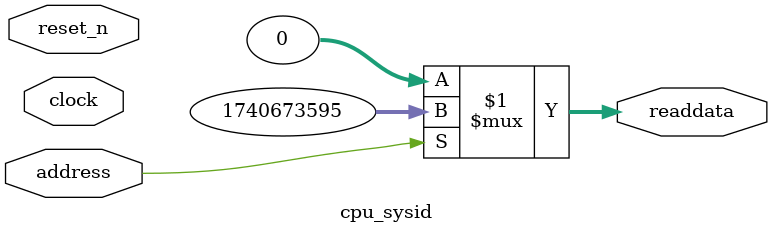
<source format=v>



// synthesis translate_off
`timescale 1ns / 1ps
// synthesis translate_on

// turn off superfluous verilog processor warnings 
// altera message_level Level1 
// altera message_off 10034 10035 10036 10037 10230 10240 10030 

module cpu_sysid (
               // inputs:
                address,
                clock,
                reset_n,

               // outputs:
                readdata
             )
;

  output  [ 31: 0] readdata;
  input            address;
  input            clock;
  input            reset_n;

  wire    [ 31: 0] readdata;
  //control_slave, which is an e_avalon_slave
  assign readdata = address ? 1740673595 : 0;

endmodule



</source>
